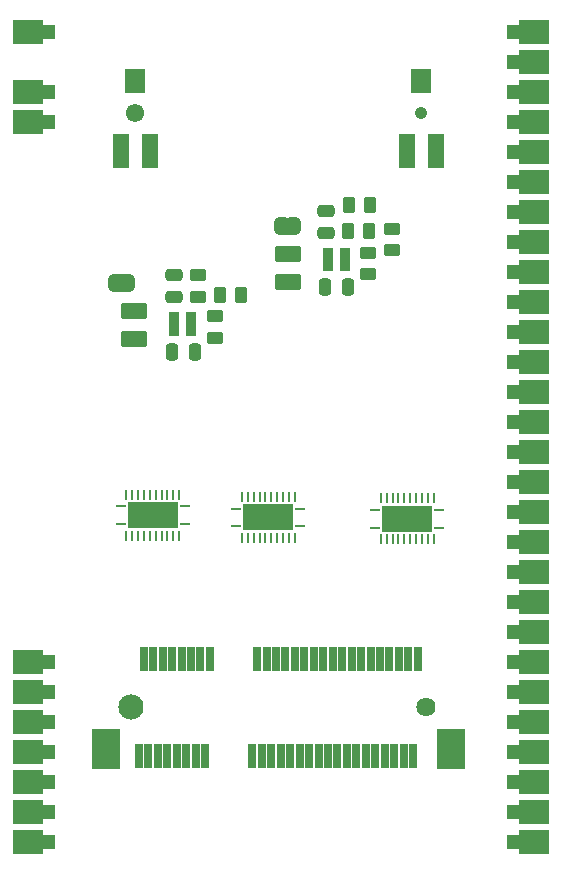
<source format=gbr>
%TF.GenerationSoftware,KiCad,Pcbnew,9.0.1+dfsg-1*%
%TF.CreationDate,2025-05-01T11:00:42+02:00*%
%TF.ProjectId,cellular-modem,63656c6c-756c-4617-922d-6d6f64656d2e,rev?*%
%TF.SameCoordinates,Original*%
%TF.FileFunction,Soldermask,Top*%
%TF.FilePolarity,Negative*%
%FSLAX46Y46*%
G04 Gerber Fmt 4.6, Leading zero omitted, Abs format (unit mm)*
G04 Created by KiCad (PCBNEW 9.0.1+dfsg-1) date 2025-05-01 11:00:42*
%MOMM*%
%LPD*%
G01*
G04 APERTURE LIST*
G04 Aperture macros list*
%AMRoundRect*
0 Rectangle with rounded corners*
0 $1 Rounding radius*
0 $2 $3 $4 $5 $6 $7 $8 $9 X,Y pos of 4 corners*
0 Add a 4 corners polygon primitive as box body*
4,1,4,$2,$3,$4,$5,$6,$7,$8,$9,$2,$3,0*
0 Add four circle primitives for the rounded corners*
1,1,$1+$1,$2,$3*
1,1,$1+$1,$4,$5*
1,1,$1+$1,$6,$7*
1,1,$1+$1,$8,$9*
0 Add four rect primitives between the rounded corners*
20,1,$1+$1,$2,$3,$4,$5,0*
20,1,$1+$1,$4,$5,$6,$7,0*
20,1,$1+$1,$6,$7,$8,$9,0*
20,1,$1+$1,$8,$9,$2,$3,0*%
%AMFreePoly0*
4,1,23,0.500000,-0.750000,0.000000,-0.750000,0.000000,-0.745722,-0.065263,-0.745722,-0.191342,-0.711940,-0.304381,-0.646677,-0.396677,-0.554381,-0.461940,-0.441342,-0.495722,-0.315263,-0.495722,-0.250000,-0.500000,-0.250000,-0.500000,0.250000,-0.495722,0.250000,-0.495722,0.315263,-0.461940,0.441342,-0.396677,0.554381,-0.304381,0.646677,-0.191342,0.711940,-0.065263,0.745722,0.000000,0.745722,
0.000000,0.750000,0.500000,0.750000,0.500000,-0.750000,0.500000,-0.750000,$1*%
%AMFreePoly1*
4,1,23,0.000000,0.745722,0.065263,0.745722,0.191342,0.711940,0.304381,0.646677,0.396677,0.554381,0.461940,0.441342,0.495722,0.315263,0.495722,0.250000,0.500000,0.250000,0.500000,-0.250000,0.495722,-0.250000,0.495722,-0.315263,0.461940,-0.441342,0.396677,-0.554381,0.304381,-0.646677,0.191342,-0.711940,0.065263,-0.745722,0.000000,-0.745722,0.000000,-0.750000,-0.500000,-0.750000,
-0.500000,0.750000,0.000000,0.750000,0.000000,0.745722,0.000000,0.745722,$1*%
G04 Aperture macros list end*
%ADD10C,0.010000*%
%ADD11R,0.812800X0.254000*%
%ADD12R,0.254000X0.812800*%
%ADD13R,4.191000X2.209800*%
%ADD14RoundRect,0.250001X0.849999X-0.462499X0.849999X0.462499X-0.849999X0.462499X-0.849999X-0.462499X0*%
%ADD15RoundRect,0.250000X-0.450000X0.262500X-0.450000X-0.262500X0.450000X-0.262500X0.450000X0.262500X0*%
%ADD16RoundRect,0.250000X0.250000X0.475000X-0.250000X0.475000X-0.250000X-0.475000X0.250000X-0.475000X0*%
%ADD17RoundRect,0.250000X0.450000X-0.262500X0.450000X0.262500X-0.450000X0.262500X-0.450000X-0.262500X0*%
%ADD18C,1.550000*%
%ADD19C,1.050000*%
%ADD20RoundRect,0.102000X-0.750000X-0.950000X0.750000X-0.950000X0.750000X0.950000X-0.750000X0.950000X0*%
%ADD21RoundRect,0.102000X-0.600000X-1.350000X0.600000X-1.350000X0.600000X1.350000X-0.600000X1.350000X0*%
%ADD22RoundRect,0.250000X-0.262500X-0.450000X0.262500X-0.450000X0.262500X0.450000X-0.262500X0.450000X0*%
%ADD23R,0.640000X2.108200*%
%ADD24R,2.438400X3.352800*%
%ADD25C,2.133600*%
%ADD26C,1.625600*%
%ADD27FreePoly0,180.000000*%
%ADD28FreePoly1,180.000000*%
%ADD29R,2.540000X2.000000*%
%ADD30RoundRect,0.250000X0.375000X0.375000X-0.375000X0.375000X-0.375000X-0.375000X0.375000X-0.375000X0*%
%ADD31RoundRect,0.250000X0.475000X-0.250000X0.475000X0.250000X-0.475000X0.250000X-0.475000X-0.250000X0*%
G04 APERTURE END LIST*
D10*
%TO.C,U4*%
X80600200Y-61126840D02*
X79840200Y-61126840D01*
X79840200Y-60706840D01*
X80600200Y-60706840D01*
X80600200Y-61126840D01*
G36*
X80600200Y-61126840D02*
G01*
X79840200Y-61126840D01*
X79840200Y-60706840D01*
X80600200Y-60706840D01*
X80600200Y-61126840D01*
G37*
X80600200Y-61626840D02*
X79840200Y-61626840D01*
X79840200Y-61206840D01*
X80600200Y-61206840D01*
X80600200Y-61626840D01*
G36*
X80600200Y-61626840D02*
G01*
X79840200Y-61626840D01*
X79840200Y-61206840D01*
X80600200Y-61206840D01*
X80600200Y-61626840D01*
G37*
X80600200Y-62126840D02*
X79840200Y-62126840D01*
X79840200Y-61706840D01*
X80600200Y-61706840D01*
X80600200Y-62126840D01*
G36*
X80600200Y-62126840D02*
G01*
X79840200Y-62126840D01*
X79840200Y-61706840D01*
X80600200Y-61706840D01*
X80600200Y-62126840D01*
G37*
X80600200Y-62626840D02*
X79840200Y-62626840D01*
X79840200Y-62206840D01*
X80600200Y-62206840D01*
X80600200Y-62626840D01*
G36*
X80600200Y-62626840D02*
G01*
X79840200Y-62626840D01*
X79840200Y-62206840D01*
X80600200Y-62206840D01*
X80600200Y-62626840D01*
G37*
X82070200Y-61126840D02*
X81310200Y-61126840D01*
X81310200Y-60706840D01*
X82070200Y-60706840D01*
X82070200Y-61126840D01*
G36*
X82070200Y-61126840D02*
G01*
X81310200Y-61126840D01*
X81310200Y-60706840D01*
X82070200Y-60706840D01*
X82070200Y-61126840D01*
G37*
X82070200Y-61626840D02*
X81310200Y-61626840D01*
X81310200Y-61206840D01*
X82070200Y-61206840D01*
X82070200Y-61626840D01*
G36*
X82070200Y-61626840D02*
G01*
X81310200Y-61626840D01*
X81310200Y-61206840D01*
X82070200Y-61206840D01*
X82070200Y-61626840D01*
G37*
X82070200Y-62126840D02*
X81310200Y-62126840D01*
X81310200Y-61706840D01*
X82070200Y-61706840D01*
X82070200Y-62126840D01*
G36*
X82070200Y-62126840D02*
G01*
X81310200Y-62126840D01*
X81310200Y-61706840D01*
X82070200Y-61706840D01*
X82070200Y-62126840D01*
G37*
X82070200Y-62626840D02*
X81310200Y-62626840D01*
X81310200Y-62206840D01*
X82070200Y-62206840D01*
X82070200Y-62626840D01*
G36*
X82070200Y-62626840D02*
G01*
X81310200Y-62626840D01*
X81310200Y-62206840D01*
X82070200Y-62206840D01*
X82070200Y-62626840D01*
G37*
%TO.C,JP1*%
G36*
X76004800Y-59017600D02*
G01*
X75704800Y-59017600D01*
X75704800Y-57517600D01*
X76004800Y-57517600D01*
X76004800Y-59017600D01*
G37*
%TO.C,U5*%
X93648800Y-55683600D02*
X92888800Y-55683600D01*
X92888800Y-55263600D01*
X93648800Y-55263600D01*
X93648800Y-55683600D01*
G36*
X93648800Y-55683600D02*
G01*
X92888800Y-55683600D01*
X92888800Y-55263600D01*
X93648800Y-55263600D01*
X93648800Y-55683600D01*
G37*
X93648800Y-56183600D02*
X92888800Y-56183600D01*
X92888800Y-55763600D01*
X93648800Y-55763600D01*
X93648800Y-56183600D01*
G36*
X93648800Y-56183600D02*
G01*
X92888800Y-56183600D01*
X92888800Y-55763600D01*
X93648800Y-55763600D01*
X93648800Y-56183600D01*
G37*
X93648800Y-56683600D02*
X92888800Y-56683600D01*
X92888800Y-56263600D01*
X93648800Y-56263600D01*
X93648800Y-56683600D01*
G36*
X93648800Y-56683600D02*
G01*
X92888800Y-56683600D01*
X92888800Y-56263600D01*
X93648800Y-56263600D01*
X93648800Y-56683600D01*
G37*
X93648800Y-57183600D02*
X92888800Y-57183600D01*
X92888800Y-56763600D01*
X93648800Y-56763600D01*
X93648800Y-57183600D01*
G36*
X93648800Y-57183600D02*
G01*
X92888800Y-57183600D01*
X92888800Y-56763600D01*
X93648800Y-56763600D01*
X93648800Y-57183600D01*
G37*
X95118800Y-55683600D02*
X94358800Y-55683600D01*
X94358800Y-55263600D01*
X95118800Y-55263600D01*
X95118800Y-55683600D01*
G36*
X95118800Y-55683600D02*
G01*
X94358800Y-55683600D01*
X94358800Y-55263600D01*
X95118800Y-55263600D01*
X95118800Y-55683600D01*
G37*
X95118800Y-56183600D02*
X94358800Y-56183600D01*
X94358800Y-55763600D01*
X95118800Y-55763600D01*
X95118800Y-56183600D01*
G36*
X95118800Y-56183600D02*
G01*
X94358800Y-56183600D01*
X94358800Y-55763600D01*
X95118800Y-55763600D01*
X95118800Y-56183600D01*
G37*
X95118800Y-56683600D02*
X94358800Y-56683600D01*
X94358800Y-56263600D01*
X95118800Y-56263600D01*
X95118800Y-56683600D01*
G36*
X95118800Y-56683600D02*
G01*
X94358800Y-56683600D01*
X94358800Y-56263600D01*
X95118800Y-56263600D01*
X95118800Y-56683600D01*
G37*
X95118800Y-57183600D02*
X94358800Y-57183600D01*
X94358800Y-56763600D01*
X95118800Y-56763600D01*
X95118800Y-57183600D01*
G36*
X95118800Y-57183600D02*
G01*
X94358800Y-57183600D01*
X94358800Y-56763600D01*
X95118800Y-56763600D01*
X95118800Y-57183600D01*
G37*
%TO.C,JP2*%
G36*
X90055600Y-54217000D02*
G01*
X89755600Y-54217000D01*
X89755600Y-52717000D01*
X90055600Y-52717000D01*
X90055600Y-54217000D01*
G37*
%TD*%
D11*
%TO.C,U3*%
X102743000Y-77470000D03*
D12*
X102275201Y-76492801D03*
X101775199Y-76492801D03*
X101275200Y-76492801D03*
X100775201Y-76492801D03*
X100275200Y-76492801D03*
X99775200Y-76492801D03*
X99275199Y-76492801D03*
X98775200Y-76492801D03*
X98275201Y-76492801D03*
X97775199Y-76492801D03*
D11*
X97307400Y-77470000D03*
X97307400Y-78970002D03*
D12*
X97775199Y-79947201D03*
X98275201Y-79947201D03*
X98775200Y-79947201D03*
X99275199Y-79947201D03*
X99775200Y-79947201D03*
X100275200Y-79947201D03*
X100775201Y-79947201D03*
X101275200Y-79947201D03*
X101775199Y-79947201D03*
X102275201Y-79947201D03*
D11*
X102743000Y-78970002D03*
D13*
X100025200Y-78220001D03*
%TD*%
D14*
%TO.C,L1*%
X76885800Y-62956240D03*
X76885800Y-60631240D03*
%TD*%
D15*
%TO.C,R7*%
X98729800Y-53672100D03*
X98729800Y-55497100D03*
%TD*%
D16*
%TO.C,C1*%
X94970600Y-58623200D03*
X93070600Y-58623200D03*
%TD*%
D17*
%TO.C,R5*%
X96697800Y-57527200D03*
X96697800Y-55702200D03*
%TD*%
D18*
%TO.C,J2*%
X77011600Y-43893799D03*
D19*
X101211600Y-43893799D03*
D20*
X77011600Y-41143799D03*
D21*
X75761600Y-47043799D03*
X78261600Y-47043799D03*
D20*
X101211600Y-41143799D03*
D21*
X99961600Y-47043799D03*
X102461600Y-47043799D03*
%TD*%
D22*
%TO.C,R8*%
X94974400Y-53848000D03*
X96799400Y-53848000D03*
%TD*%
D23*
%TO.C,J1*%
X77311601Y-98288398D03*
X77711600Y-90088397D03*
X78111602Y-98288398D03*
X78511601Y-90088397D03*
X78911600Y-98288398D03*
X79311602Y-90088397D03*
X79711601Y-98288398D03*
X80111600Y-90088397D03*
X80511599Y-98288398D03*
X80911601Y-90088397D03*
X81311600Y-98288398D03*
X81711600Y-90088397D03*
X82111601Y-98288398D03*
X82511601Y-90088397D03*
X82911600Y-98288398D03*
X83311601Y-90088397D03*
X86911599Y-98288398D03*
X87311601Y-90088397D03*
X87711600Y-98288398D03*
X88111599Y-90088397D03*
X88511601Y-98288398D03*
X88911600Y-90088397D03*
X89311600Y-98288398D03*
X89711599Y-90088397D03*
X90111601Y-98288398D03*
X90511600Y-90088397D03*
X90911599Y-98288398D03*
X91311601Y-90088397D03*
X91711600Y-98288398D03*
X92111599Y-90088397D03*
X92511598Y-98288398D03*
X92911600Y-90088397D03*
X93311599Y-98288398D03*
X93711598Y-90088397D03*
X94111600Y-98288398D03*
X94511599Y-90088397D03*
X94911599Y-98288398D03*
X95311600Y-90088397D03*
X95711599Y-98288398D03*
X96111599Y-90088397D03*
X96511598Y-98288398D03*
X96911600Y-90088397D03*
X97311599Y-98288398D03*
X97711598Y-90088397D03*
X98111600Y-98288398D03*
X98511599Y-90088397D03*
X98911598Y-98288398D03*
X99311600Y-90088397D03*
X99711599Y-98288398D03*
X100111598Y-90088397D03*
X100511598Y-98288398D03*
X100911599Y-90088397D03*
D24*
X74536598Y-97688400D03*
X103686602Y-97688400D03*
D25*
X76611599Y-94188465D03*
D26*
X101611601Y-94188399D03*
%TD*%
D14*
%TO.C,L2*%
X89966800Y-58154200D03*
X89966800Y-55829200D03*
%TD*%
D27*
%TO.C,JP1*%
X76504800Y-58267600D03*
D28*
X75204800Y-58267600D03*
%TD*%
D11*
%TO.C,U2*%
X85547200Y-78855001D03*
D12*
X86014999Y-79832200D03*
X86515001Y-79832200D03*
X87015000Y-79832200D03*
X87514999Y-79832200D03*
X88015000Y-79832200D03*
X88515000Y-79832200D03*
X89015001Y-79832200D03*
X89515000Y-79832200D03*
X90014999Y-79832200D03*
X90515001Y-79832200D03*
D11*
X90982800Y-78855001D03*
X90982800Y-77354999D03*
D12*
X90515001Y-76377800D03*
X90014999Y-76377800D03*
X89515000Y-76377800D03*
X89015001Y-76377800D03*
X88515000Y-76377800D03*
X88015000Y-76377800D03*
X87514999Y-76377800D03*
X87015000Y-76377800D03*
X86515001Y-76377800D03*
X86014999Y-76377800D03*
D11*
X85547200Y-77354999D03*
D13*
X88265000Y-78105000D03*
%TD*%
D22*
%TO.C,R6*%
X95072200Y-51689000D03*
X96897200Y-51689000D03*
%TD*%
%TO.C,R3*%
X84126700Y-59259640D03*
X85951700Y-59259640D03*
%TD*%
D17*
%TO.C,R1*%
X83718400Y-62891840D03*
X83718400Y-61066840D03*
%TD*%
D29*
%TO.C,M1*%
X67945200Y-37033200D03*
D30*
X69645200Y-37033200D03*
D29*
X67945200Y-42113200D03*
D30*
X69645200Y-42113200D03*
D29*
X67945200Y-44653200D03*
D30*
X69645200Y-44653200D03*
D29*
X67945200Y-90373200D03*
D30*
X69645200Y-90373200D03*
D29*
X67945200Y-92913200D03*
D30*
X69645200Y-92913200D03*
D29*
X67945200Y-95453200D03*
D30*
X69645200Y-95453200D03*
D29*
X67945200Y-97993200D03*
D30*
X69645200Y-97993200D03*
D29*
X67945200Y-100533200D03*
D30*
X69645200Y-100533200D03*
D29*
X67945200Y-103073200D03*
D30*
X69645200Y-103073200D03*
D29*
X67945200Y-105613200D03*
D30*
X69645200Y-105613200D03*
X109045200Y-37033200D03*
D29*
X110745200Y-37033200D03*
D30*
X109045200Y-39573200D03*
D29*
X110745200Y-39573200D03*
D30*
X109045200Y-42113200D03*
D29*
X110745200Y-42113200D03*
D30*
X109045200Y-44653200D03*
D29*
X110745200Y-44653200D03*
D30*
X109045200Y-47193200D03*
D29*
X110745200Y-47193200D03*
D30*
X109045200Y-49733200D03*
D29*
X110745200Y-49733200D03*
D30*
X109045200Y-52273200D03*
D29*
X110745200Y-52273200D03*
D30*
X109045200Y-54813200D03*
D29*
X110745200Y-54813200D03*
D30*
X109045200Y-57353200D03*
D29*
X110745200Y-57353200D03*
D30*
X109045200Y-59893200D03*
D29*
X110745200Y-59893200D03*
D30*
X109045200Y-62433200D03*
D29*
X110745200Y-62433200D03*
D30*
X109045200Y-64973200D03*
D29*
X110745200Y-64973200D03*
D30*
X109045200Y-67513200D03*
D29*
X110745200Y-67513200D03*
D30*
X109045200Y-70053200D03*
D29*
X110745200Y-70053200D03*
D30*
X109045200Y-72593200D03*
D29*
X110745200Y-72593200D03*
D30*
X109045200Y-75133200D03*
D29*
X110745200Y-75133200D03*
D30*
X109045200Y-77673200D03*
D29*
X110745200Y-77673200D03*
D30*
X109045200Y-80213200D03*
D29*
X110745200Y-80213200D03*
D30*
X109045200Y-82753200D03*
D29*
X110745200Y-82753200D03*
D30*
X109045200Y-85293200D03*
D29*
X110745200Y-85293200D03*
D30*
X109045200Y-87833200D03*
D29*
X110745200Y-87833200D03*
D30*
X109045200Y-90373200D03*
D29*
X110745200Y-90373200D03*
D30*
X109045200Y-92913200D03*
D29*
X110745200Y-92913200D03*
D30*
X109045200Y-95453200D03*
D29*
X110745200Y-95453200D03*
D30*
X109045200Y-97993200D03*
D29*
X110745200Y-97993200D03*
D30*
X109045200Y-100533200D03*
D29*
X110745200Y-100533200D03*
D30*
X109045200Y-103073200D03*
D29*
X110745200Y-103073200D03*
D30*
X109045200Y-105613200D03*
D29*
X110745200Y-105613200D03*
%TD*%
D15*
%TO.C,R2*%
X82321400Y-57608640D03*
X82321400Y-59433640D03*
%TD*%
D27*
%TO.C,JP2*%
X90555600Y-53467000D03*
D28*
X89255600Y-53467000D03*
%TD*%
D31*
%TO.C,C2*%
X80264000Y-59462840D03*
X80264000Y-57562840D03*
%TD*%
D11*
%TO.C,U1*%
X75748200Y-78677201D03*
D12*
X76215999Y-79654400D03*
X76716001Y-79654400D03*
X77216000Y-79654400D03*
X77715999Y-79654400D03*
X78216000Y-79654400D03*
X78716000Y-79654400D03*
X79216001Y-79654400D03*
X79716000Y-79654400D03*
X80215999Y-79654400D03*
X80716001Y-79654400D03*
D11*
X81183800Y-78677201D03*
X81183800Y-77177199D03*
D12*
X80716001Y-76200000D03*
X80215999Y-76200000D03*
X79716000Y-76200000D03*
X79216001Y-76200000D03*
X78716000Y-76200000D03*
X78216000Y-76200000D03*
X77715999Y-76200000D03*
X77216000Y-76200000D03*
X76716001Y-76200000D03*
X76215999Y-76200000D03*
D11*
X75748200Y-77177199D03*
D13*
X78466000Y-77927200D03*
%TD*%
D31*
%TO.C,C4*%
X93141800Y-54051200D03*
X93141800Y-52151200D03*
%TD*%
D16*
%TO.C,C3*%
X82011600Y-64085640D03*
X80111600Y-64085640D03*
%TD*%
M02*

</source>
